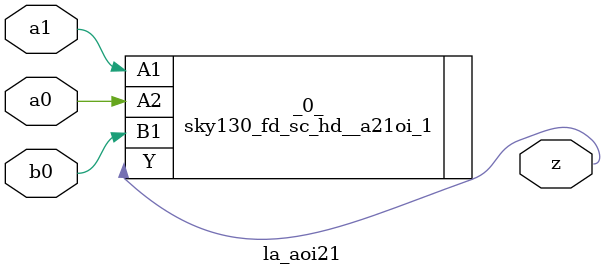
<source format=v>

/* Generated by Yosys 0.37 (git sha1 a5c7f69ed, clang 14.0.0-1ubuntu1.1 -fPIC -Os) */

module la_aoi21(a0, a1, b0, z);
  input a0;
  wire a0;
  input a1;
  wire a1;
  input b0;
  wire b0;
  output z;
  wire z;
  sky130_fd_sc_hd__a21oi_1 _0_ (
    .A1(a1),
    .A2(a0),
    .B1(b0),
    .Y(z)
  );
endmodule

</source>
